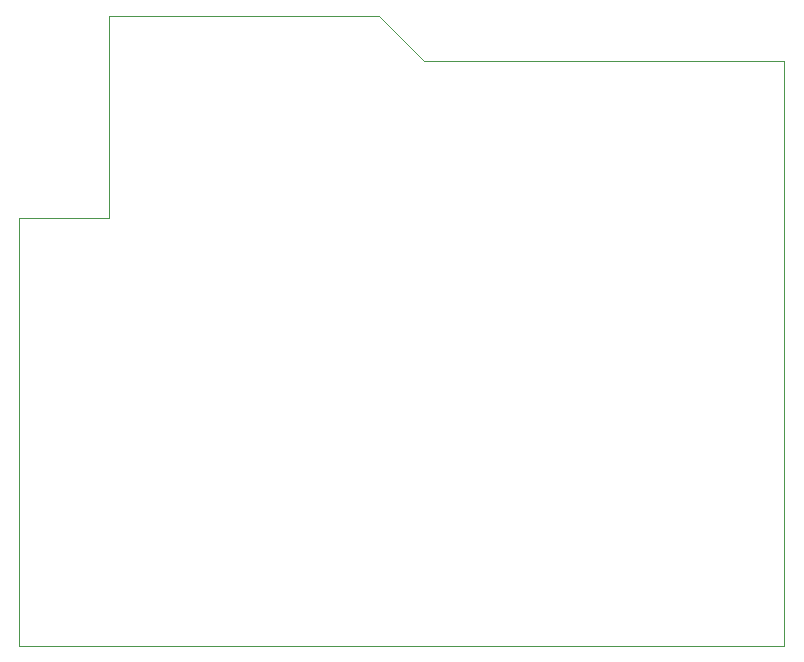
<source format=gbr>
%TF.GenerationSoftware,KiCad,Pcbnew,7.0.6*%
%TF.CreationDate,2024-02-23T14:21:37+01:00*%
%TF.ProjectId,blue_64,626c7565-5f36-4342-9e6b-696361645f70,rev?*%
%TF.SameCoordinates,Original*%
%TF.FileFunction,Profile,NP*%
%FSLAX46Y46*%
G04 Gerber Fmt 4.6, Leading zero omitted, Abs format (unit mm)*
G04 Created by KiCad (PCBNEW 7.0.6) date 2024-02-23 14:21:37*
%MOMM*%
%LPD*%
G01*
G04 APERTURE LIST*
%TA.AperFunction,Profile*%
%ADD10C,0.050000*%
%TD*%
G04 APERTURE END LIST*
D10*
X67310000Y-48260000D02*
X90170000Y-48260000D01*
X93980000Y-52070000D02*
X124460000Y-52070000D01*
X124460000Y-52070000D02*
X124460000Y-101600000D01*
X93980000Y-52070000D02*
X90170000Y-48260000D01*
X67310000Y-65405000D02*
X59690000Y-65405000D01*
X124460000Y-101600000D02*
X59690000Y-101600000D01*
X59690000Y-101600000D02*
X59690000Y-65405000D01*
X67310000Y-65405000D02*
X67310000Y-48260000D01*
M02*

</source>
